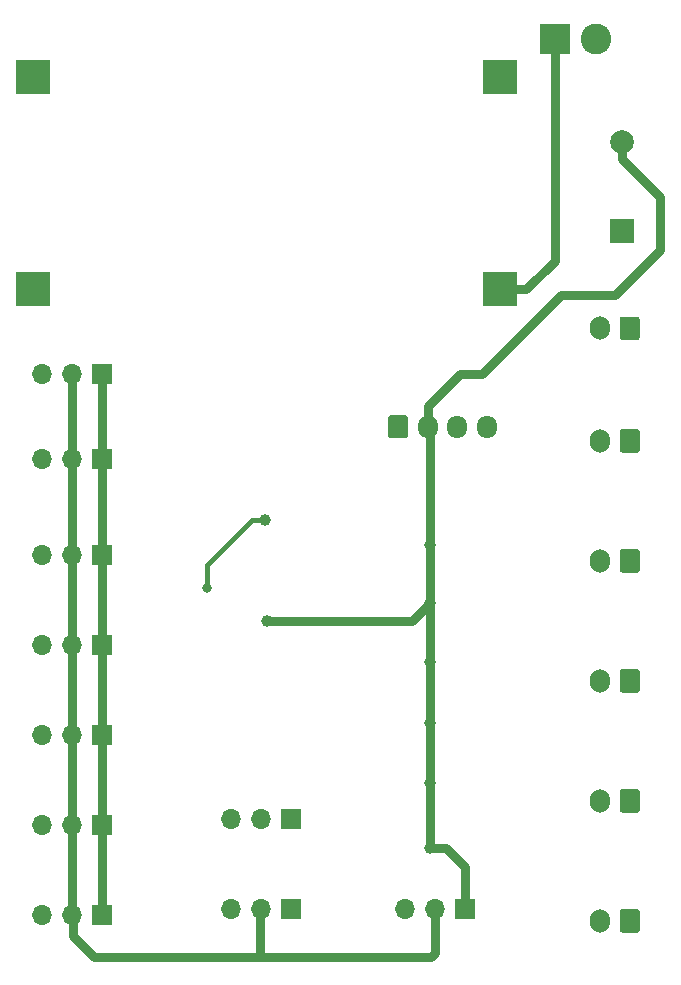
<source format=gbr>
G04 #@! TF.GenerationSoftware,KiCad,Pcbnew,5.1.5*
G04 #@! TF.CreationDate,2020-03-10T21:27:45+01:00*
G04 #@! TF.ProjectId,carte_PCA9685,63617274-655f-4504-9341-393638352e6b,rev?*
G04 #@! TF.SameCoordinates,Original*
G04 #@! TF.FileFunction,Copper,L2,Bot*
G04 #@! TF.FilePolarity,Positive*
%FSLAX46Y46*%
G04 Gerber Fmt 4.6, Leading zero omitted, Abs format (unit mm)*
G04 Created by KiCad (PCBNEW 5.1.5) date 2020-03-10 21:27:45*
%MOMM*%
%LPD*%
G04 APERTURE LIST*
%ADD10C,0.100000*%
%ADD11O,1.700000X1.950000*%
%ADD12R,2.000000X2.000000*%
%ADD13C,2.000000*%
%ADD14R,2.600000X2.600000*%
%ADD15C,2.600000*%
%ADD16O,1.700000X2.000000*%
%ADD17R,2.900000X2.900000*%
%ADD18R,1.700000X1.700000*%
%ADD19O,1.700000X1.700000*%
%ADD20C,1.000000*%
%ADD21C,0.800000*%
%ADD22C,0.800000*%
%ADD23C,0.400000*%
G04 APERTURE END LIST*
G04 #@! TA.AperFunction,ComponentPad*
D10*
G36*
X161614504Y-65406204D02*
G01*
X161638773Y-65409804D01*
X161662571Y-65415765D01*
X161685671Y-65424030D01*
X161707849Y-65434520D01*
X161728893Y-65447133D01*
X161748598Y-65461747D01*
X161766777Y-65478223D01*
X161783253Y-65496402D01*
X161797867Y-65516107D01*
X161810480Y-65537151D01*
X161820970Y-65559329D01*
X161829235Y-65582429D01*
X161835196Y-65606227D01*
X161838796Y-65630496D01*
X161840000Y-65655000D01*
X161840000Y-67105000D01*
X161838796Y-67129504D01*
X161835196Y-67153773D01*
X161829235Y-67177571D01*
X161820970Y-67200671D01*
X161810480Y-67222849D01*
X161797867Y-67243893D01*
X161783253Y-67263598D01*
X161766777Y-67281777D01*
X161748598Y-67298253D01*
X161728893Y-67312867D01*
X161707849Y-67325480D01*
X161685671Y-67335970D01*
X161662571Y-67344235D01*
X161638773Y-67350196D01*
X161614504Y-67353796D01*
X161590000Y-67355000D01*
X160390000Y-67355000D01*
X160365496Y-67353796D01*
X160341227Y-67350196D01*
X160317429Y-67344235D01*
X160294329Y-67335970D01*
X160272151Y-67325480D01*
X160251107Y-67312867D01*
X160231402Y-67298253D01*
X160213223Y-67281777D01*
X160196747Y-67263598D01*
X160182133Y-67243893D01*
X160169520Y-67222849D01*
X160159030Y-67200671D01*
X160150765Y-67177571D01*
X160144804Y-67153773D01*
X160141204Y-67129504D01*
X160140000Y-67105000D01*
X160140000Y-65655000D01*
X160141204Y-65630496D01*
X160144804Y-65606227D01*
X160150765Y-65582429D01*
X160159030Y-65559329D01*
X160169520Y-65537151D01*
X160182133Y-65516107D01*
X160196747Y-65496402D01*
X160213223Y-65478223D01*
X160231402Y-65461747D01*
X160251107Y-65447133D01*
X160272151Y-65434520D01*
X160294329Y-65424030D01*
X160317429Y-65415765D01*
X160341227Y-65409804D01*
X160365496Y-65406204D01*
X160390000Y-65405000D01*
X161590000Y-65405000D01*
X161614504Y-65406204D01*
G37*
G04 #@! TD.AperFunction*
D11*
X163490000Y-66380000D03*
X165990000Y-66380000D03*
X168490000Y-66380000D03*
D12*
X179959000Y-49784000D03*
D13*
X179959000Y-42284000D03*
D14*
X174244000Y-33528000D03*
D15*
X177744000Y-33528000D03*
G04 #@! TA.AperFunction,ComponentPad*
D10*
G36*
X181218504Y-57040204D02*
G01*
X181242773Y-57043804D01*
X181266571Y-57049765D01*
X181289671Y-57058030D01*
X181311849Y-57068520D01*
X181332893Y-57081133D01*
X181352598Y-57095747D01*
X181370777Y-57112223D01*
X181387253Y-57130402D01*
X181401867Y-57150107D01*
X181414480Y-57171151D01*
X181424970Y-57193329D01*
X181433235Y-57216429D01*
X181439196Y-57240227D01*
X181442796Y-57264496D01*
X181444000Y-57289000D01*
X181444000Y-58789000D01*
X181442796Y-58813504D01*
X181439196Y-58837773D01*
X181433235Y-58861571D01*
X181424970Y-58884671D01*
X181414480Y-58906849D01*
X181401867Y-58927893D01*
X181387253Y-58947598D01*
X181370777Y-58965777D01*
X181352598Y-58982253D01*
X181332893Y-58996867D01*
X181311849Y-59009480D01*
X181289671Y-59019970D01*
X181266571Y-59028235D01*
X181242773Y-59034196D01*
X181218504Y-59037796D01*
X181194000Y-59039000D01*
X179994000Y-59039000D01*
X179969496Y-59037796D01*
X179945227Y-59034196D01*
X179921429Y-59028235D01*
X179898329Y-59019970D01*
X179876151Y-59009480D01*
X179855107Y-58996867D01*
X179835402Y-58982253D01*
X179817223Y-58965777D01*
X179800747Y-58947598D01*
X179786133Y-58927893D01*
X179773520Y-58906849D01*
X179763030Y-58884671D01*
X179754765Y-58861571D01*
X179748804Y-58837773D01*
X179745204Y-58813504D01*
X179744000Y-58789000D01*
X179744000Y-57289000D01*
X179745204Y-57264496D01*
X179748804Y-57240227D01*
X179754765Y-57216429D01*
X179763030Y-57193329D01*
X179773520Y-57171151D01*
X179786133Y-57150107D01*
X179800747Y-57130402D01*
X179817223Y-57112223D01*
X179835402Y-57095747D01*
X179855107Y-57081133D01*
X179876151Y-57068520D01*
X179898329Y-57058030D01*
X179921429Y-57049765D01*
X179945227Y-57043804D01*
X179969496Y-57040204D01*
X179994000Y-57039000D01*
X181194000Y-57039000D01*
X181218504Y-57040204D01*
G37*
G04 #@! TD.AperFunction*
D16*
X178094000Y-58039000D03*
G04 #@! TA.AperFunction,ComponentPad*
D10*
G36*
X181218504Y-107205204D02*
G01*
X181242773Y-107208804D01*
X181266571Y-107214765D01*
X181289671Y-107223030D01*
X181311849Y-107233520D01*
X181332893Y-107246133D01*
X181352598Y-107260747D01*
X181370777Y-107277223D01*
X181387253Y-107295402D01*
X181401867Y-107315107D01*
X181414480Y-107336151D01*
X181424970Y-107358329D01*
X181433235Y-107381429D01*
X181439196Y-107405227D01*
X181442796Y-107429496D01*
X181444000Y-107454000D01*
X181444000Y-108954000D01*
X181442796Y-108978504D01*
X181439196Y-109002773D01*
X181433235Y-109026571D01*
X181424970Y-109049671D01*
X181414480Y-109071849D01*
X181401867Y-109092893D01*
X181387253Y-109112598D01*
X181370777Y-109130777D01*
X181352598Y-109147253D01*
X181332893Y-109161867D01*
X181311849Y-109174480D01*
X181289671Y-109184970D01*
X181266571Y-109193235D01*
X181242773Y-109199196D01*
X181218504Y-109202796D01*
X181194000Y-109204000D01*
X179994000Y-109204000D01*
X179969496Y-109202796D01*
X179945227Y-109199196D01*
X179921429Y-109193235D01*
X179898329Y-109184970D01*
X179876151Y-109174480D01*
X179855107Y-109161867D01*
X179835402Y-109147253D01*
X179817223Y-109130777D01*
X179800747Y-109112598D01*
X179786133Y-109092893D01*
X179773520Y-109071849D01*
X179763030Y-109049671D01*
X179754765Y-109026571D01*
X179748804Y-109002773D01*
X179745204Y-108978504D01*
X179744000Y-108954000D01*
X179744000Y-107454000D01*
X179745204Y-107429496D01*
X179748804Y-107405227D01*
X179754765Y-107381429D01*
X179763030Y-107358329D01*
X179773520Y-107336151D01*
X179786133Y-107315107D01*
X179800747Y-107295402D01*
X179817223Y-107277223D01*
X179835402Y-107260747D01*
X179855107Y-107246133D01*
X179876151Y-107233520D01*
X179898329Y-107223030D01*
X179921429Y-107214765D01*
X179945227Y-107208804D01*
X179969496Y-107205204D01*
X179994000Y-107204000D01*
X181194000Y-107204000D01*
X181218504Y-107205204D01*
G37*
G04 #@! TD.AperFunction*
D16*
X178094000Y-108204000D03*
X178094000Y-98044000D03*
G04 #@! TA.AperFunction,ComponentPad*
D10*
G36*
X181218504Y-97045204D02*
G01*
X181242773Y-97048804D01*
X181266571Y-97054765D01*
X181289671Y-97063030D01*
X181311849Y-97073520D01*
X181332893Y-97086133D01*
X181352598Y-97100747D01*
X181370777Y-97117223D01*
X181387253Y-97135402D01*
X181401867Y-97155107D01*
X181414480Y-97176151D01*
X181424970Y-97198329D01*
X181433235Y-97221429D01*
X181439196Y-97245227D01*
X181442796Y-97269496D01*
X181444000Y-97294000D01*
X181444000Y-98794000D01*
X181442796Y-98818504D01*
X181439196Y-98842773D01*
X181433235Y-98866571D01*
X181424970Y-98889671D01*
X181414480Y-98911849D01*
X181401867Y-98932893D01*
X181387253Y-98952598D01*
X181370777Y-98970777D01*
X181352598Y-98987253D01*
X181332893Y-99001867D01*
X181311849Y-99014480D01*
X181289671Y-99024970D01*
X181266571Y-99033235D01*
X181242773Y-99039196D01*
X181218504Y-99042796D01*
X181194000Y-99044000D01*
X179994000Y-99044000D01*
X179969496Y-99042796D01*
X179945227Y-99039196D01*
X179921429Y-99033235D01*
X179898329Y-99024970D01*
X179876151Y-99014480D01*
X179855107Y-99001867D01*
X179835402Y-98987253D01*
X179817223Y-98970777D01*
X179800747Y-98952598D01*
X179786133Y-98932893D01*
X179773520Y-98911849D01*
X179763030Y-98889671D01*
X179754765Y-98866571D01*
X179748804Y-98842773D01*
X179745204Y-98818504D01*
X179744000Y-98794000D01*
X179744000Y-97294000D01*
X179745204Y-97269496D01*
X179748804Y-97245227D01*
X179754765Y-97221429D01*
X179763030Y-97198329D01*
X179773520Y-97176151D01*
X179786133Y-97155107D01*
X179800747Y-97135402D01*
X179817223Y-97117223D01*
X179835402Y-97100747D01*
X179855107Y-97086133D01*
X179876151Y-97073520D01*
X179898329Y-97063030D01*
X179921429Y-97054765D01*
X179945227Y-97048804D01*
X179969496Y-97045204D01*
X179994000Y-97044000D01*
X181194000Y-97044000D01*
X181218504Y-97045204D01*
G37*
G04 #@! TD.AperFunction*
D16*
X178094000Y-87884000D03*
G04 #@! TA.AperFunction,ComponentPad*
D10*
G36*
X181218504Y-86885204D02*
G01*
X181242773Y-86888804D01*
X181266571Y-86894765D01*
X181289671Y-86903030D01*
X181311849Y-86913520D01*
X181332893Y-86926133D01*
X181352598Y-86940747D01*
X181370777Y-86957223D01*
X181387253Y-86975402D01*
X181401867Y-86995107D01*
X181414480Y-87016151D01*
X181424970Y-87038329D01*
X181433235Y-87061429D01*
X181439196Y-87085227D01*
X181442796Y-87109496D01*
X181444000Y-87134000D01*
X181444000Y-88634000D01*
X181442796Y-88658504D01*
X181439196Y-88682773D01*
X181433235Y-88706571D01*
X181424970Y-88729671D01*
X181414480Y-88751849D01*
X181401867Y-88772893D01*
X181387253Y-88792598D01*
X181370777Y-88810777D01*
X181352598Y-88827253D01*
X181332893Y-88841867D01*
X181311849Y-88854480D01*
X181289671Y-88864970D01*
X181266571Y-88873235D01*
X181242773Y-88879196D01*
X181218504Y-88882796D01*
X181194000Y-88884000D01*
X179994000Y-88884000D01*
X179969496Y-88882796D01*
X179945227Y-88879196D01*
X179921429Y-88873235D01*
X179898329Y-88864970D01*
X179876151Y-88854480D01*
X179855107Y-88841867D01*
X179835402Y-88827253D01*
X179817223Y-88810777D01*
X179800747Y-88792598D01*
X179786133Y-88772893D01*
X179773520Y-88751849D01*
X179763030Y-88729671D01*
X179754765Y-88706571D01*
X179748804Y-88682773D01*
X179745204Y-88658504D01*
X179744000Y-88634000D01*
X179744000Y-87134000D01*
X179745204Y-87109496D01*
X179748804Y-87085227D01*
X179754765Y-87061429D01*
X179763030Y-87038329D01*
X179773520Y-87016151D01*
X179786133Y-86995107D01*
X179800747Y-86975402D01*
X179817223Y-86957223D01*
X179835402Y-86940747D01*
X179855107Y-86926133D01*
X179876151Y-86913520D01*
X179898329Y-86903030D01*
X179921429Y-86894765D01*
X179945227Y-86888804D01*
X179969496Y-86885204D01*
X179994000Y-86884000D01*
X181194000Y-86884000D01*
X181218504Y-86885204D01*
G37*
G04 #@! TD.AperFunction*
D16*
X178094000Y-77724000D03*
G04 #@! TA.AperFunction,ComponentPad*
D10*
G36*
X181218504Y-76725204D02*
G01*
X181242773Y-76728804D01*
X181266571Y-76734765D01*
X181289671Y-76743030D01*
X181311849Y-76753520D01*
X181332893Y-76766133D01*
X181352598Y-76780747D01*
X181370777Y-76797223D01*
X181387253Y-76815402D01*
X181401867Y-76835107D01*
X181414480Y-76856151D01*
X181424970Y-76878329D01*
X181433235Y-76901429D01*
X181439196Y-76925227D01*
X181442796Y-76949496D01*
X181444000Y-76974000D01*
X181444000Y-78474000D01*
X181442796Y-78498504D01*
X181439196Y-78522773D01*
X181433235Y-78546571D01*
X181424970Y-78569671D01*
X181414480Y-78591849D01*
X181401867Y-78612893D01*
X181387253Y-78632598D01*
X181370777Y-78650777D01*
X181352598Y-78667253D01*
X181332893Y-78681867D01*
X181311849Y-78694480D01*
X181289671Y-78704970D01*
X181266571Y-78713235D01*
X181242773Y-78719196D01*
X181218504Y-78722796D01*
X181194000Y-78724000D01*
X179994000Y-78724000D01*
X179969496Y-78722796D01*
X179945227Y-78719196D01*
X179921429Y-78713235D01*
X179898329Y-78704970D01*
X179876151Y-78694480D01*
X179855107Y-78681867D01*
X179835402Y-78667253D01*
X179817223Y-78650777D01*
X179800747Y-78632598D01*
X179786133Y-78612893D01*
X179773520Y-78591849D01*
X179763030Y-78569671D01*
X179754765Y-78546571D01*
X179748804Y-78522773D01*
X179745204Y-78498504D01*
X179744000Y-78474000D01*
X179744000Y-76974000D01*
X179745204Y-76949496D01*
X179748804Y-76925227D01*
X179754765Y-76901429D01*
X179763030Y-76878329D01*
X179773520Y-76856151D01*
X179786133Y-76835107D01*
X179800747Y-76815402D01*
X179817223Y-76797223D01*
X179835402Y-76780747D01*
X179855107Y-76766133D01*
X179876151Y-76753520D01*
X179898329Y-76743030D01*
X179921429Y-76734765D01*
X179945227Y-76728804D01*
X179969496Y-76725204D01*
X179994000Y-76724000D01*
X181194000Y-76724000D01*
X181218504Y-76725204D01*
G37*
G04 #@! TD.AperFunction*
G04 #@! TA.AperFunction,ComponentPad*
G36*
X181218504Y-66565204D02*
G01*
X181242773Y-66568804D01*
X181266571Y-66574765D01*
X181289671Y-66583030D01*
X181311849Y-66593520D01*
X181332893Y-66606133D01*
X181352598Y-66620747D01*
X181370777Y-66637223D01*
X181387253Y-66655402D01*
X181401867Y-66675107D01*
X181414480Y-66696151D01*
X181424970Y-66718329D01*
X181433235Y-66741429D01*
X181439196Y-66765227D01*
X181442796Y-66789496D01*
X181444000Y-66814000D01*
X181444000Y-68314000D01*
X181442796Y-68338504D01*
X181439196Y-68362773D01*
X181433235Y-68386571D01*
X181424970Y-68409671D01*
X181414480Y-68431849D01*
X181401867Y-68452893D01*
X181387253Y-68472598D01*
X181370777Y-68490777D01*
X181352598Y-68507253D01*
X181332893Y-68521867D01*
X181311849Y-68534480D01*
X181289671Y-68544970D01*
X181266571Y-68553235D01*
X181242773Y-68559196D01*
X181218504Y-68562796D01*
X181194000Y-68564000D01*
X179994000Y-68564000D01*
X179969496Y-68562796D01*
X179945227Y-68559196D01*
X179921429Y-68553235D01*
X179898329Y-68544970D01*
X179876151Y-68534480D01*
X179855107Y-68521867D01*
X179835402Y-68507253D01*
X179817223Y-68490777D01*
X179800747Y-68472598D01*
X179786133Y-68452893D01*
X179773520Y-68431849D01*
X179763030Y-68409671D01*
X179754765Y-68386571D01*
X179748804Y-68362773D01*
X179745204Y-68338504D01*
X179744000Y-68314000D01*
X179744000Y-66814000D01*
X179745204Y-66789496D01*
X179748804Y-66765227D01*
X179754765Y-66741429D01*
X179763030Y-66718329D01*
X179773520Y-66696151D01*
X179786133Y-66675107D01*
X179800747Y-66655402D01*
X179817223Y-66637223D01*
X179835402Y-66620747D01*
X179855107Y-66606133D01*
X179876151Y-66593520D01*
X179898329Y-66583030D01*
X179921429Y-66574765D01*
X179945227Y-66568804D01*
X179969496Y-66565204D01*
X179994000Y-66564000D01*
X181194000Y-66564000D01*
X181218504Y-66565204D01*
G37*
G04 #@! TD.AperFunction*
D16*
X178094000Y-67564000D03*
D17*
X169610000Y-54720000D03*
X169610000Y-36720000D03*
X130110000Y-54720000D03*
X130110000Y-36720000D03*
D18*
X135930000Y-61920000D03*
D19*
X133390000Y-61920000D03*
X130850000Y-61920000D03*
D18*
X135930000Y-69088000D03*
D19*
X133390000Y-69088000D03*
X130850000Y-69088000D03*
X130850000Y-77216000D03*
X133390000Y-77216000D03*
D18*
X135930000Y-77216000D03*
X135930000Y-84836000D03*
D19*
X133390000Y-84836000D03*
X130850000Y-84836000D03*
X130850000Y-92456000D03*
X133390000Y-92456000D03*
D18*
X135930000Y-92456000D03*
D19*
X130850000Y-100076000D03*
X133390000Y-100076000D03*
D18*
X135930000Y-100076000D03*
X135930000Y-107696000D03*
D19*
X133390000Y-107696000D03*
X130850000Y-107696000D03*
D18*
X151892000Y-107188000D03*
D19*
X149352000Y-107188000D03*
X146812000Y-107188000D03*
X146812000Y-99568000D03*
X149352000Y-99568000D03*
D18*
X151892000Y-99568000D03*
X166624000Y-107188000D03*
D19*
X164084000Y-107188000D03*
X161544000Y-107188000D03*
D20*
X163656000Y-102028000D03*
X163656000Y-76374000D03*
X163656000Y-81327000D03*
X163656000Y-86280000D03*
X163656000Y-91487000D03*
X163656000Y-96567000D03*
X149860000Y-82804000D03*
D21*
X144780000Y-80010000D03*
D20*
X149733000Y-74295000D03*
D22*
X149312000Y-111212000D02*
X149312000Y-107188000D01*
X149352000Y-111252000D02*
X149312000Y-111212000D01*
X135211000Y-111252000D02*
X149352000Y-111252000D01*
X133430000Y-107696000D02*
X133430000Y-109471000D01*
X133430000Y-109471000D02*
X135211000Y-111252000D01*
X149352000Y-111252000D02*
X163740000Y-111252000D01*
X133390000Y-61920000D02*
X133390000Y-69088000D01*
X133390000Y-69088000D02*
X133390000Y-77216000D01*
X133390000Y-77216000D02*
X133390000Y-84836000D01*
X133390000Y-84836000D02*
X133390000Y-92456000D01*
X133390000Y-92456000D02*
X133390000Y-100076000D01*
X133390000Y-100076000D02*
X133390000Y-107696000D01*
X164084000Y-110908000D02*
X164084000Y-107188000D01*
X163740000Y-111252000D02*
X164084000Y-110908000D01*
X163656000Y-66546000D02*
X163490000Y-66380000D01*
X163656000Y-102028000D02*
X163656000Y-96567000D01*
X163656000Y-76374000D02*
X163656000Y-66546000D01*
X163656000Y-81327000D02*
X163656000Y-76374000D01*
X163656000Y-86280000D02*
X163656000Y-81327000D01*
X163656000Y-91487000D02*
X163656000Y-86280000D01*
X163656000Y-96567000D02*
X163656000Y-91487000D01*
X162179000Y-82804000D02*
X163656000Y-81327000D01*
X149860000Y-82804000D02*
X162179000Y-82804000D01*
X163490000Y-64605000D02*
X163490000Y-66380000D01*
X174752000Y-55219600D02*
X168097200Y-61874400D01*
X179959000Y-42284000D02*
X179959000Y-43698213D01*
X179959000Y-43698213D02*
X183159400Y-46898613D01*
X168097200Y-61874400D02*
X166220600Y-61874400D01*
X183159400Y-46898613D02*
X183159400Y-51384200D01*
X183159400Y-51384200D02*
X179324000Y-55219600D01*
X166220600Y-61874400D02*
X163490000Y-64605000D01*
X179324000Y-55219600D02*
X174752000Y-55219600D01*
X135930000Y-107696000D02*
X135930000Y-100076000D01*
X135930000Y-100076000D02*
X135930000Y-92456000D01*
X135930000Y-92456000D02*
X135930000Y-84836000D01*
X135930000Y-84836000D02*
X135930000Y-77216000D01*
X135930000Y-77216000D02*
X135930000Y-69088000D01*
X135930000Y-69088000D02*
X135930000Y-61920000D01*
X163656000Y-102028000D02*
X165020000Y-102028000D01*
X166624000Y-103632000D02*
X166624000Y-107188000D01*
X165020000Y-102028000D02*
X166624000Y-103632000D01*
X171860000Y-54720000D02*
X169610000Y-54720000D01*
X174244000Y-52336000D02*
X171860000Y-54720000D01*
X174244000Y-33528000D02*
X174244000Y-52336000D01*
D23*
X144780000Y-80010000D02*
X144780000Y-78105000D01*
X144780000Y-78105000D02*
X148590000Y-74295000D01*
X148590000Y-74295000D02*
X149733000Y-74295000D01*
X149733000Y-74295000D02*
X149733000Y-74295000D01*
M02*

</source>
